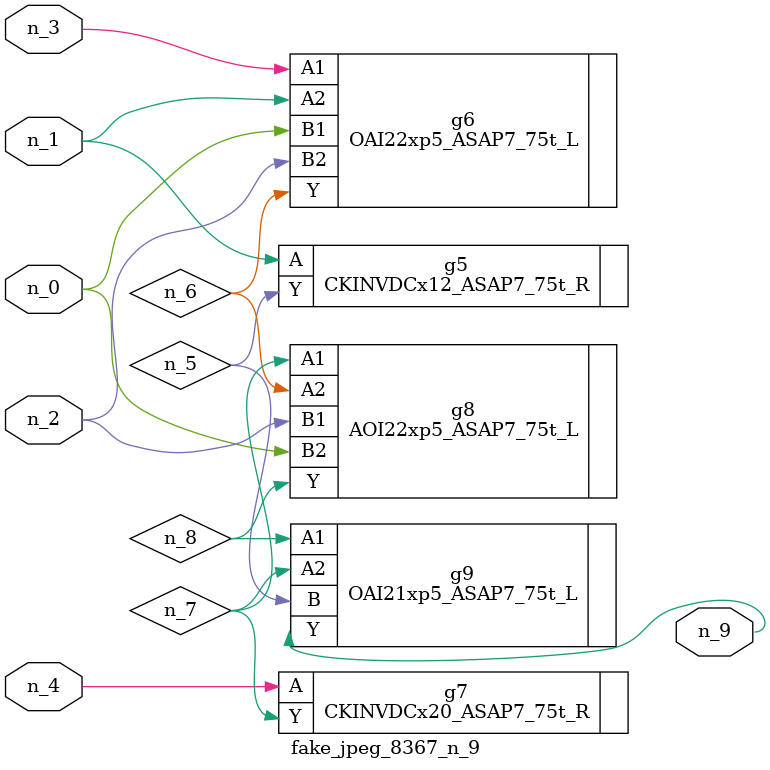
<source format=v>
module fake_jpeg_8367_n_9 (n_3, n_2, n_1, n_0, n_4, n_9);

input n_3;
input n_2;
input n_1;
input n_0;
input n_4;

output n_9;

wire n_8;
wire n_6;
wire n_5;
wire n_7;

CKINVDCx12_ASAP7_75t_R g5 ( 
.A(n_1),
.Y(n_5)
);

OAI22xp5_ASAP7_75t_L g6 ( 
.A1(n_3),
.A2(n_1),
.B1(n_0),
.B2(n_2),
.Y(n_6)
);

CKINVDCx20_ASAP7_75t_R g7 ( 
.A(n_4),
.Y(n_7)
);

AOI22xp5_ASAP7_75t_L g8 ( 
.A1(n_7),
.A2(n_6),
.B1(n_2),
.B2(n_0),
.Y(n_8)
);

OAI21xp5_ASAP7_75t_L g9 ( 
.A1(n_8),
.A2(n_7),
.B(n_5),
.Y(n_9)
);


endmodule
</source>
